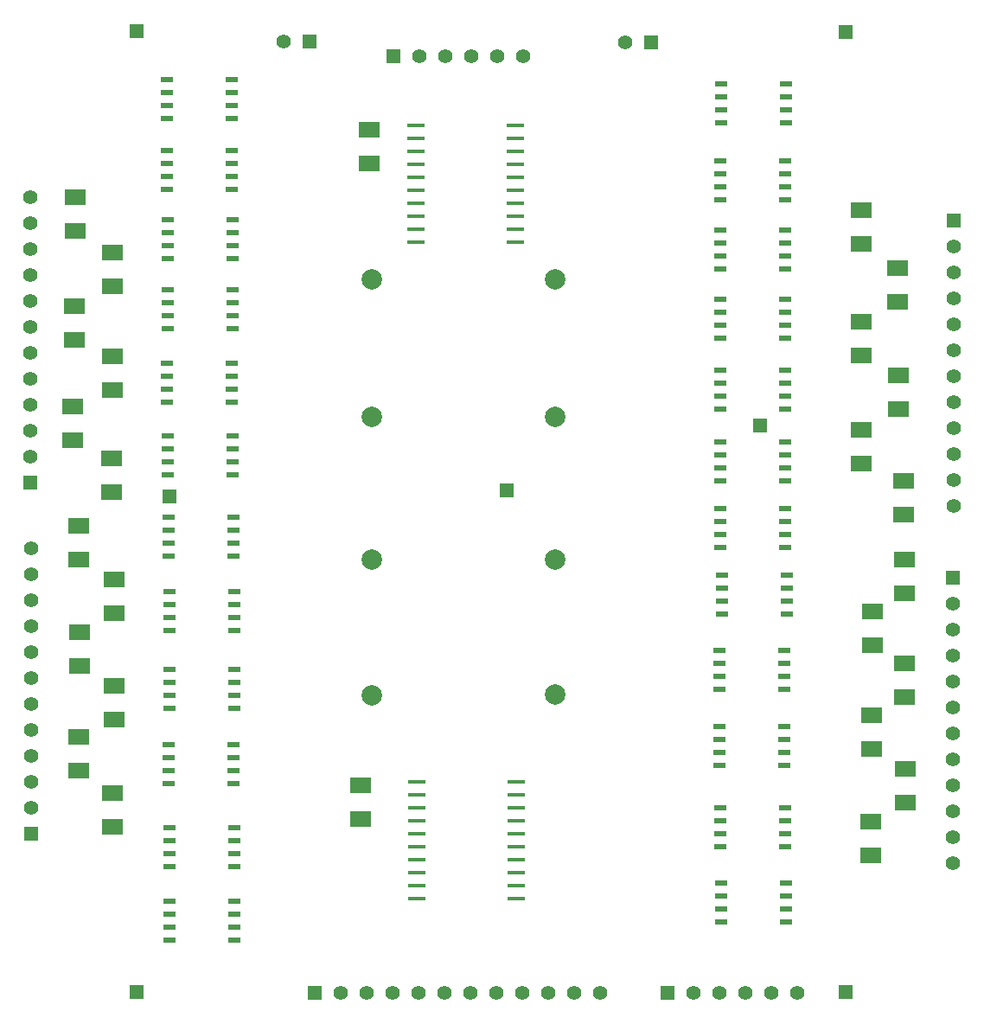
<source format=gts>
G04 (created by PCBNEW (2013-07-07 BZR 4022)-stable) date 03/03/2017 11:17:35 AM*
%MOIN*%
G04 Gerber Fmt 3.4, Leading zero omitted, Abs format*
%FSLAX34Y34*%
G01*
G70*
G90*
G04 APERTURE LIST*
%ADD10C,0.00590551*%
%ADD11R,0.045X0.02*%
%ADD12R,0.08X0.06*%
%ADD13R,0.055X0.055*%
%ADD14C,0.055*%
%ADD15R,0.0708661X0.015748*%
%ADD16C,0.0787402*%
G04 APERTURE END LIST*
G54D10*
G54D11*
X87372Y-50750D03*
X87372Y-50250D03*
X87372Y-49750D03*
X87372Y-49250D03*
X89872Y-49250D03*
X89872Y-49750D03*
X89872Y-50250D03*
X89872Y-50750D03*
X87372Y-64844D03*
X87372Y-64344D03*
X87372Y-63844D03*
X87372Y-63344D03*
X89872Y-63344D03*
X89872Y-63844D03*
X89872Y-64344D03*
X89872Y-64844D03*
X68572Y-40667D03*
X68572Y-41167D03*
X68572Y-41667D03*
X68572Y-42167D03*
X66072Y-42167D03*
X66072Y-41667D03*
X66072Y-41167D03*
X66072Y-40667D03*
X87332Y-61714D03*
X87332Y-61214D03*
X87332Y-60714D03*
X87332Y-60214D03*
X89832Y-60214D03*
X89832Y-60714D03*
X89832Y-61214D03*
X89832Y-61714D03*
X68553Y-37990D03*
X68553Y-38490D03*
X68553Y-38990D03*
X68553Y-39490D03*
X66053Y-39490D03*
X66053Y-38990D03*
X66053Y-38490D03*
X66053Y-37990D03*
X87332Y-58781D03*
X87332Y-58281D03*
X87332Y-57781D03*
X87332Y-57281D03*
X89832Y-57281D03*
X89832Y-57781D03*
X89832Y-58281D03*
X89832Y-58781D03*
X87411Y-67738D03*
X87411Y-67238D03*
X87411Y-66738D03*
X87411Y-66238D03*
X89911Y-66238D03*
X89911Y-66738D03*
X89911Y-67238D03*
X89911Y-67738D03*
X68553Y-35273D03*
X68553Y-35773D03*
X68553Y-36273D03*
X68553Y-36773D03*
X66053Y-36773D03*
X66053Y-36273D03*
X66053Y-35773D03*
X66053Y-35273D03*
X87431Y-55868D03*
X87431Y-55368D03*
X87431Y-54868D03*
X87431Y-54368D03*
X89931Y-54368D03*
X89931Y-54868D03*
X89931Y-55368D03*
X89931Y-55868D03*
X68572Y-43383D03*
X68572Y-43883D03*
X68572Y-44383D03*
X68572Y-44883D03*
X66072Y-44883D03*
X66072Y-44383D03*
X66072Y-43883D03*
X66072Y-43383D03*
X87391Y-53289D03*
X87391Y-52789D03*
X87391Y-52289D03*
X87391Y-51789D03*
X89891Y-51789D03*
X89891Y-52289D03*
X89891Y-52789D03*
X89891Y-53289D03*
X68651Y-55017D03*
X68651Y-55517D03*
X68651Y-56017D03*
X68651Y-56517D03*
X66151Y-56517D03*
X66151Y-56017D03*
X66151Y-55517D03*
X66151Y-55017D03*
X68631Y-66946D03*
X68631Y-67446D03*
X68631Y-67946D03*
X68631Y-68446D03*
X66131Y-68446D03*
X66131Y-67946D03*
X66131Y-67446D03*
X66131Y-66946D03*
X68631Y-64092D03*
X68631Y-64592D03*
X68631Y-65092D03*
X68631Y-65592D03*
X66131Y-65592D03*
X66131Y-65092D03*
X66131Y-64592D03*
X66131Y-64092D03*
X87391Y-47974D03*
X87391Y-47474D03*
X87391Y-46974D03*
X87391Y-46474D03*
X89891Y-46474D03*
X89891Y-46974D03*
X89891Y-47474D03*
X89891Y-47974D03*
X87411Y-36931D03*
X87411Y-36431D03*
X87411Y-35931D03*
X87411Y-35431D03*
X89911Y-35431D03*
X89911Y-35931D03*
X89911Y-36431D03*
X89911Y-36931D03*
X68592Y-52143D03*
X68592Y-52643D03*
X68592Y-53143D03*
X68592Y-53643D03*
X66092Y-53643D03*
X66092Y-53143D03*
X66092Y-52643D03*
X66092Y-52143D03*
X87391Y-39903D03*
X87391Y-39403D03*
X87391Y-38903D03*
X87391Y-38403D03*
X89891Y-38403D03*
X89891Y-38903D03*
X89891Y-39403D03*
X89891Y-39903D03*
X68631Y-57990D03*
X68631Y-58490D03*
X68631Y-58990D03*
X68631Y-59490D03*
X66131Y-59490D03*
X66131Y-58990D03*
X66131Y-58490D03*
X66131Y-57990D03*
X68572Y-48994D03*
X68572Y-49494D03*
X68572Y-49994D03*
X68572Y-50494D03*
X66072Y-50494D03*
X66072Y-49994D03*
X66072Y-49494D03*
X66072Y-48994D03*
X87391Y-42580D03*
X87391Y-42080D03*
X87391Y-41580D03*
X87391Y-41080D03*
X89891Y-41080D03*
X89891Y-41580D03*
X89891Y-42080D03*
X89891Y-42580D03*
X68592Y-60903D03*
X68592Y-61403D03*
X68592Y-61903D03*
X68592Y-62403D03*
X66092Y-62403D03*
X66092Y-61903D03*
X66092Y-61403D03*
X66092Y-60903D03*
X87391Y-45218D03*
X87391Y-44718D03*
X87391Y-44218D03*
X87391Y-43718D03*
X89891Y-43718D03*
X89891Y-44218D03*
X89891Y-44718D03*
X89891Y-45218D03*
X68553Y-46198D03*
X68553Y-46698D03*
X68553Y-47198D03*
X68553Y-47698D03*
X66053Y-47698D03*
X66053Y-47198D03*
X66053Y-46698D03*
X66053Y-46198D03*
G54D12*
X63937Y-45924D03*
X63937Y-47224D03*
X63917Y-49861D03*
X63917Y-51161D03*
X63996Y-54546D03*
X63996Y-55846D03*
X73838Y-37184D03*
X73838Y-38484D03*
X62401Y-47853D03*
X62401Y-49153D03*
X62460Y-44015D03*
X62460Y-45315D03*
X63937Y-41928D03*
X63937Y-43228D03*
X62500Y-39802D03*
X62500Y-41102D03*
X63937Y-62755D03*
X63937Y-64055D03*
X62637Y-60609D03*
X62637Y-61909D03*
X63996Y-58621D03*
X63996Y-59921D03*
X62677Y-56554D03*
X62677Y-57854D03*
X93248Y-57067D03*
X93248Y-55767D03*
X92814Y-41594D03*
X92814Y-40294D03*
X94192Y-43838D03*
X94192Y-42538D03*
X92795Y-45905D03*
X92795Y-44605D03*
X94251Y-47972D03*
X94251Y-46672D03*
X92814Y-50059D03*
X92814Y-48759D03*
X94429Y-52027D03*
X94429Y-50727D03*
X94468Y-55059D03*
X94468Y-53759D03*
X94488Y-59075D03*
X94488Y-57775D03*
X93208Y-61083D03*
X93208Y-59783D03*
X94507Y-63130D03*
X94507Y-61830D03*
X93169Y-65157D03*
X93169Y-63857D03*
X73523Y-62479D03*
X73523Y-63779D03*
X62657Y-52479D03*
X62657Y-53779D03*
G54D13*
X85354Y-70452D03*
G54D14*
X86354Y-70452D03*
X87354Y-70452D03*
X88354Y-70452D03*
X89354Y-70452D03*
X90354Y-70452D03*
G54D13*
X74783Y-34370D03*
G54D14*
X75783Y-34370D03*
X76783Y-34370D03*
X77783Y-34370D03*
X78783Y-34370D03*
X79783Y-34370D03*
G54D13*
X96377Y-40700D03*
G54D14*
X96377Y-41700D03*
X96377Y-42700D03*
X96377Y-43700D03*
X96377Y-44700D03*
X96377Y-45700D03*
X96377Y-46700D03*
X96377Y-47700D03*
X96377Y-48700D03*
X96377Y-49700D03*
X96377Y-50700D03*
X96377Y-51700D03*
G54D13*
X60807Y-64338D03*
G54D14*
X60807Y-63338D03*
X60807Y-62338D03*
X60807Y-61338D03*
X60807Y-60338D03*
X60807Y-59338D03*
X60807Y-58338D03*
X60807Y-57338D03*
X60807Y-56338D03*
X60807Y-55338D03*
X60807Y-54338D03*
X60807Y-53338D03*
G54D13*
X60787Y-50795D03*
G54D14*
X60787Y-49795D03*
X60787Y-48795D03*
X60787Y-47795D03*
X60787Y-46795D03*
X60787Y-45795D03*
X60787Y-44795D03*
X60787Y-43795D03*
X60787Y-42795D03*
X60787Y-41795D03*
X60787Y-40795D03*
X60787Y-39795D03*
G54D13*
X71744Y-70452D03*
G54D14*
X72744Y-70452D03*
X73744Y-70452D03*
X74744Y-70452D03*
X75744Y-70452D03*
X76744Y-70452D03*
X77744Y-70452D03*
X78744Y-70452D03*
X79744Y-70452D03*
X80744Y-70452D03*
X81744Y-70452D03*
X82744Y-70452D03*
G54D13*
X96358Y-54460D03*
G54D14*
X96358Y-55460D03*
X96358Y-56460D03*
X96358Y-57460D03*
X96358Y-58460D03*
X96358Y-59460D03*
X96358Y-60460D03*
X96358Y-61460D03*
X96358Y-62460D03*
X96358Y-63460D03*
X96358Y-64460D03*
X96358Y-65460D03*
G54D15*
X75677Y-62334D03*
X75677Y-62834D03*
X75677Y-63334D03*
X75677Y-63834D03*
X75677Y-64334D03*
X75677Y-64834D03*
X75677Y-65334D03*
X75677Y-65834D03*
X75677Y-66334D03*
X75677Y-66834D03*
X79492Y-66822D03*
X79492Y-66322D03*
X79492Y-65822D03*
X79492Y-65322D03*
X79492Y-64822D03*
X79492Y-64322D03*
X79492Y-63822D03*
X79492Y-63322D03*
X79492Y-62822D03*
X79492Y-62322D03*
X75657Y-37039D03*
X75657Y-37539D03*
X75657Y-38039D03*
X75657Y-38539D03*
X75657Y-39039D03*
X75657Y-39539D03*
X75657Y-40039D03*
X75657Y-40539D03*
X75657Y-41039D03*
X75657Y-41539D03*
X79472Y-41527D03*
X79472Y-41027D03*
X79472Y-40527D03*
X79472Y-40027D03*
X79472Y-39527D03*
X79472Y-39027D03*
X79472Y-38527D03*
X79472Y-38027D03*
X79472Y-37527D03*
X79472Y-37027D03*
G54D16*
X73925Y-42980D03*
X81019Y-42972D03*
X73925Y-58984D03*
X81019Y-58976D03*
X73925Y-48275D03*
X81019Y-48267D03*
X73925Y-53767D03*
X81019Y-53759D03*
G54D13*
X84712Y-33818D03*
G54D14*
X83712Y-33818D03*
G54D13*
X71543Y-33799D03*
G54D14*
X70543Y-33799D03*
G54D13*
X64862Y-70433D03*
X92224Y-70433D03*
X64862Y-33405D03*
X92224Y-33425D03*
X79153Y-51102D03*
X66141Y-51318D03*
X88917Y-48602D03*
M02*

</source>
